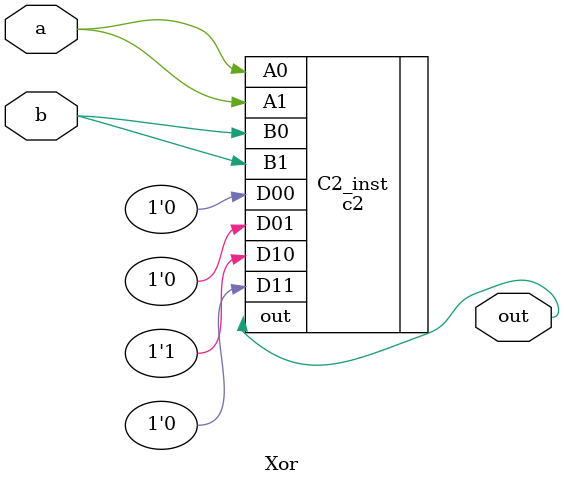
<source format=v>
module Xor(input a, b, output out);
    c2 C2_inst(.D00(1'b0), .D01(1'b0), .D10(1'b1), .D11(1'b0), .A1(a), .B1(b), .A0(a), .B0(b), .out(out));
endmodule
</source>
